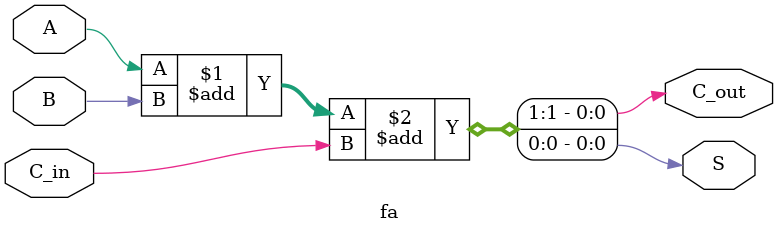
<source format=v>
module fa (
	input  A,
	input  B,
	input  C_in,
	output S,
	output C_out
);

	assign {C_out, S} = A + B + C_in;

endmodule
</source>
